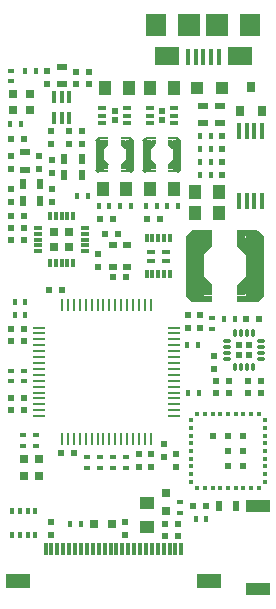
<source format=gtp>
G04 #@! TF.FileFunction,Paste,Top*
%FSLAX46Y46*%
G04 Gerber Fmt 4.6, Leading zero omitted, Abs format (unit mm)*
G04 Created by KiCad (PCBNEW 4.0.6+dfsg1-1) date Sun Apr 29 05:14:28 2018*
%MOMM*%
%LPD*%
G01*
G04 APERTURE LIST*
%ADD10C,0.100000*%
%ADD11R,0.600000X0.500000*%
%ADD12R,0.800000X0.600000*%
%ADD13R,1.000000X0.250000*%
%ADD14R,0.250000X1.000000*%
%ADD15R,0.350000X0.500000*%
%ADD16R,1.250000X1.000000*%
%ADD17O,0.750000X0.300000*%
%ADD18O,0.300000X0.750000*%
%ADD19R,0.540000X0.540000*%
%ADD20R,0.400000X0.600000*%
%ADD21R,0.300000X1.000000*%
%ADD22R,2.000000X1.300000*%
%ADD23R,0.400000X0.300000*%
%ADD24R,0.300000X0.400000*%
%ADD25R,0.500000X0.500000*%
%ADD26R,0.600000X0.400000*%
%ADD27R,0.300000X0.730000*%
%ADD28R,0.730000X0.300000*%
%ADD29R,0.750000X0.750000*%
%ADD30R,0.500000X0.600000*%
%ADD31R,1.000000X1.250000*%
%ADD32R,0.797560X0.797560*%
%ADD33R,0.450000X1.450000*%
%ADD34R,0.650000X0.350000*%
%ADD35R,0.600000X0.480000*%
%ADD36R,0.300000X0.650000*%
%ADD37R,0.744000X0.465000*%
%ADD38R,0.900000X0.500000*%
%ADD39R,0.762000X2.540000*%
%ADD40R,0.889000X0.254000*%
%ADD41R,0.381000X0.444500*%
%ADD42R,0.500000X0.900000*%
%ADD43R,0.800000X0.900000*%
%ADD44R,1.000000X1.000000*%
%ADD45R,1.524000X5.080000*%
%ADD46R,1.778000X0.508000*%
%ADD47R,0.762000X0.889000*%
%ADD48R,2.000000X1.000000*%
%ADD49R,0.450000X1.000000*%
%ADD50R,0.400000X1.350000*%
%ADD51R,2.100000X1.600000*%
%ADD52R,1.900000X1.900000*%
%ADD53R,1.800000X1.900000*%
G04 APERTURE END LIST*
D10*
D11*
X66250000Y-106400000D03*
X65150000Y-106400000D03*
X51050000Y-98700000D03*
X52150000Y-98700000D03*
D12*
X56450000Y-94900000D03*
X57650000Y-94900000D03*
X56450000Y-96700000D03*
X57650000Y-96700000D03*
D13*
X50200000Y-101850000D03*
X50200000Y-102350000D03*
X50200000Y-102850000D03*
X50200000Y-103350000D03*
X50200000Y-103850000D03*
X50200000Y-104350000D03*
X50200000Y-104850000D03*
X50200000Y-105350000D03*
X50200000Y-105850000D03*
X50200000Y-106350000D03*
X50200000Y-106850000D03*
X50200000Y-107350000D03*
X50200000Y-107850000D03*
X50200000Y-108350000D03*
X50200000Y-108850000D03*
X50200000Y-109350000D03*
D14*
X52150000Y-111300000D03*
X52650000Y-111300000D03*
X53150000Y-111300000D03*
X53650000Y-111300000D03*
X54150000Y-111300000D03*
X54650000Y-111300000D03*
X55150000Y-111300000D03*
X55650000Y-111300000D03*
X56150000Y-111300000D03*
X56650000Y-111300000D03*
X57150000Y-111300000D03*
X57650000Y-111300000D03*
X58150000Y-111300000D03*
X58650000Y-111300000D03*
X59150000Y-111300000D03*
X59650000Y-111300000D03*
D13*
X61600000Y-109350000D03*
X61600000Y-108850000D03*
X61600000Y-108350000D03*
X61600000Y-107850000D03*
X61600000Y-107350000D03*
X61600000Y-106850000D03*
X61600000Y-106350000D03*
X61600000Y-105850000D03*
X61600000Y-105350000D03*
X61600000Y-104850000D03*
X61600000Y-104350000D03*
X61600000Y-103850000D03*
X61600000Y-103350000D03*
X61600000Y-102850000D03*
X61600000Y-102350000D03*
X61600000Y-101850000D03*
D14*
X59650000Y-99900000D03*
X59150000Y-99900000D03*
X58650000Y-99900000D03*
X58150000Y-99900000D03*
X57650000Y-99900000D03*
X57150000Y-99900000D03*
X56650000Y-99900000D03*
X56150000Y-99900000D03*
X55650000Y-99900000D03*
X55150000Y-99900000D03*
X54650000Y-99900000D03*
X54150000Y-99900000D03*
X53650000Y-99900000D03*
X53150000Y-99900000D03*
X52650000Y-99900000D03*
X52150000Y-99900000D03*
D15*
X47925000Y-119425000D03*
X48575000Y-119425000D03*
X49225000Y-119425000D03*
X49875000Y-119425000D03*
X47925000Y-117375000D03*
X48575000Y-117375000D03*
X49225000Y-117375000D03*
X49875000Y-117375000D03*
D16*
X59350000Y-116700000D03*
X59350000Y-118700000D03*
D17*
X66075000Y-103000000D03*
X66075000Y-103500000D03*
X66075000Y-104000000D03*
X66075000Y-104500000D03*
D18*
X66800000Y-105225000D03*
X67300000Y-105225000D03*
X67800000Y-105225000D03*
X68300000Y-105225000D03*
D17*
X69025000Y-104500000D03*
X69025000Y-104000000D03*
X69025000Y-103500000D03*
X69025000Y-103000000D03*
D18*
X68300000Y-102275000D03*
X67800000Y-102275000D03*
X67300000Y-102275000D03*
X66800000Y-102275000D03*
D19*
X68000000Y-104200000D03*
X68000000Y-103300000D03*
X67100000Y-104200000D03*
X67100000Y-103300000D03*
D20*
X63750000Y-107350000D03*
X62850000Y-107350000D03*
D21*
X50750000Y-120600000D03*
X51250000Y-120600000D03*
X51750000Y-120600000D03*
X52250000Y-120600000D03*
X52750000Y-120600000D03*
X53250000Y-120600000D03*
X53750000Y-120600000D03*
X54250000Y-120600000D03*
X54750000Y-120600000D03*
X55250000Y-120600000D03*
X55750000Y-120600000D03*
X56250000Y-120600000D03*
X56750000Y-120600000D03*
X57250000Y-120600000D03*
X57750000Y-120600000D03*
X58250000Y-120600000D03*
X58750000Y-120600000D03*
X59250000Y-120600000D03*
X59750000Y-120600000D03*
X60250000Y-120600000D03*
X60750000Y-120600000D03*
X61250000Y-120600000D03*
X61750000Y-120600000D03*
X62250000Y-120600000D03*
D22*
X48450000Y-123300000D03*
X64550000Y-123300000D03*
D23*
X69350000Y-114900000D03*
X69350000Y-114250000D03*
X69350000Y-113600000D03*
X69350000Y-112950000D03*
X69350000Y-112300000D03*
X69350000Y-111650000D03*
X69350000Y-111000000D03*
X69350000Y-110350000D03*
X69350000Y-109700000D03*
D24*
X68150000Y-109150000D03*
X67500000Y-109150000D03*
X66850000Y-109150000D03*
X66200000Y-109150000D03*
X65550000Y-109150000D03*
X64900000Y-109150000D03*
X64250000Y-109150000D03*
X63600000Y-109150000D03*
D23*
X63050000Y-109700000D03*
D24*
X68800000Y-109150000D03*
D23*
X63050000Y-110350000D03*
X63050000Y-111000000D03*
X63050000Y-111650000D03*
X63050000Y-112300000D03*
X63050000Y-112950000D03*
X63050000Y-113600000D03*
X63050000Y-114250000D03*
X63050000Y-114900000D03*
D24*
X63600000Y-115450000D03*
X64250000Y-115450000D03*
X64900000Y-115450000D03*
X65550000Y-115450000D03*
X66200000Y-115450000D03*
X66850000Y-115450000D03*
X67500000Y-115450000D03*
X68150000Y-115450000D03*
X68800000Y-115450000D03*
D25*
X66200000Y-112300000D03*
X67500000Y-112300000D03*
X66200000Y-113600000D03*
X67500000Y-113600000D03*
X66200000Y-111000000D03*
X67500000Y-111000000D03*
X64900000Y-111000000D03*
D26*
X48950000Y-105500000D03*
X48950000Y-106400000D03*
X54300000Y-112850000D03*
X54300000Y-113750000D03*
X55400000Y-113750000D03*
X55400000Y-112850000D03*
D27*
X53100000Y-92435000D03*
X52600000Y-92435000D03*
X52100000Y-92435000D03*
X51600000Y-92435000D03*
X51100000Y-92435000D03*
D28*
X50135000Y-93400000D03*
X50135000Y-93900000D03*
X50135000Y-94400000D03*
X50135000Y-94900000D03*
X50135000Y-95400000D03*
D27*
X51100000Y-96365000D03*
X51600000Y-96365000D03*
X52100000Y-96365000D03*
X52600000Y-96365000D03*
X53100000Y-96365000D03*
D28*
X54065000Y-95400000D03*
X54065000Y-94900000D03*
X54065000Y-94400000D03*
X54065000Y-93900000D03*
X54065000Y-93400000D03*
D29*
X51475000Y-95025000D03*
X52725000Y-95025000D03*
X51475000Y-93775000D03*
X52725000Y-93775000D03*
D30*
X52750000Y-86300000D03*
X52750000Y-85200000D03*
D11*
X48950000Y-92400000D03*
X47850000Y-92400000D03*
X48950000Y-94400000D03*
X47850000Y-94400000D03*
X48950000Y-93400000D03*
X47850000Y-93400000D03*
X56850000Y-93950000D03*
X55750000Y-93950000D03*
D31*
X65400000Y-92150000D03*
X63400000Y-92150000D03*
D30*
X65700000Y-88900000D03*
X65700000Y-87800000D03*
D31*
X65400000Y-90350000D03*
X63400000Y-90350000D03*
X57800000Y-81600000D03*
X55800000Y-81600000D03*
D11*
X59350000Y-92650000D03*
X60450000Y-92650000D03*
D31*
X59600000Y-90150000D03*
X61600000Y-90150000D03*
D30*
X65000000Y-104250000D03*
X65000000Y-105350000D03*
D11*
X68850000Y-101150000D03*
X67750000Y-101150000D03*
X67850000Y-106400000D03*
X68950000Y-106400000D03*
X67850000Y-107400000D03*
X68950000Y-107400000D03*
D30*
X47800000Y-91250000D03*
X47800000Y-90150000D03*
X51300000Y-90150000D03*
X51300000Y-91250000D03*
X47800000Y-88450000D03*
X47800000Y-87350000D03*
X50200000Y-88450000D03*
X50200000Y-87350000D03*
D11*
X48950000Y-85900000D03*
X47850000Y-85900000D03*
D30*
X65700000Y-86700000D03*
X65700000Y-85600000D03*
X51250000Y-118350000D03*
X51250000Y-119450000D03*
X57500000Y-118350000D03*
X57500000Y-119450000D03*
X55200000Y-95650000D03*
X55200000Y-96750000D03*
D11*
X61950000Y-118500000D03*
X60850000Y-118500000D03*
X61950000Y-119500000D03*
X60850000Y-119500000D03*
X47850000Y-101950000D03*
X48950000Y-101950000D03*
X48950000Y-108850000D03*
X47850000Y-108850000D03*
X48950000Y-107850000D03*
X47850000Y-107850000D03*
X47850000Y-102950000D03*
X48950000Y-102950000D03*
D30*
X62800000Y-100750000D03*
X62800000Y-101850000D03*
X59650000Y-113650000D03*
X59650000Y-112550000D03*
D11*
X52050000Y-112500000D03*
X53150000Y-112500000D03*
D30*
X63800000Y-100750000D03*
X63800000Y-101850000D03*
X58650000Y-113650000D03*
X58650000Y-112550000D03*
D32*
X49450000Y-83400000D03*
X47951400Y-83400000D03*
X48900000Y-112950700D03*
X48900000Y-114449300D03*
X60950000Y-117350000D03*
X60950000Y-115851400D03*
D33*
X67125000Y-91150000D03*
X67775000Y-91150000D03*
X68425000Y-91150000D03*
X69075000Y-91150000D03*
X69075000Y-85250000D03*
X68425000Y-85250000D03*
X67775000Y-85250000D03*
X67125000Y-85250000D03*
D34*
X61650000Y-84550000D03*
X61650000Y-83900000D03*
X61650000Y-83250000D03*
X59550000Y-83250000D03*
X59550000Y-83900000D03*
X59550000Y-84550000D03*
D35*
X60600000Y-83500000D03*
X60600000Y-84300000D03*
D36*
X61300000Y-94250000D03*
X60800000Y-94250000D03*
X60300000Y-94250000D03*
X59800000Y-94250000D03*
X59300000Y-94250000D03*
X59300000Y-97350000D03*
X59800000Y-97350000D03*
X60300000Y-97350000D03*
X60800000Y-97350000D03*
X61300000Y-97350000D03*
D37*
X59680000Y-96187500D03*
X60920000Y-96187500D03*
X59680000Y-95412500D03*
X60920000Y-95412500D03*
D20*
X63850000Y-88900000D03*
X64750000Y-88900000D03*
X64750000Y-87800000D03*
X63850000Y-87800000D03*
D26*
X47850000Y-106400000D03*
X47850000Y-105500000D03*
X57600000Y-113750000D03*
X57600000Y-112850000D03*
X56500000Y-112850000D03*
X56500000Y-113750000D03*
D20*
X59250000Y-91600000D03*
X60150000Y-91600000D03*
X61050000Y-91600000D03*
X61950000Y-91600000D03*
D26*
X64850000Y-101950000D03*
X64850000Y-101050000D03*
D20*
X47750000Y-84600000D03*
X48650000Y-84600000D03*
D26*
X48800000Y-110950000D03*
X48800000Y-111850000D03*
D20*
X66750000Y-101150000D03*
X65850000Y-101150000D03*
X53450000Y-90750000D03*
X54350000Y-90750000D03*
D38*
X65500000Y-83050000D03*
X65500000Y-84550000D03*
D26*
X62150000Y-116650000D03*
X62150000Y-117550000D03*
D38*
X64100000Y-83050000D03*
X64100000Y-84550000D03*
D20*
X48150000Y-99700000D03*
X49050000Y-99700000D03*
X48150000Y-100800000D03*
X49050000Y-100800000D03*
X64750000Y-86700000D03*
X63850000Y-86700000D03*
X64750000Y-85600000D03*
X63850000Y-85600000D03*
X63650000Y-103350000D03*
X62750000Y-103350000D03*
D31*
X61600000Y-81600000D03*
X59600000Y-81600000D03*
D11*
X55350000Y-92650000D03*
X56450000Y-92650000D03*
D31*
X55600000Y-90150000D03*
X57600000Y-90150000D03*
D20*
X55250000Y-91600000D03*
X56150000Y-91600000D03*
X57050000Y-91600000D03*
X57950000Y-91600000D03*
D34*
X57650000Y-84550000D03*
X57650000Y-83900000D03*
X57650000Y-83250000D03*
X55550000Y-83250000D03*
X55550000Y-83900000D03*
X55550000Y-84550000D03*
D35*
X56600000Y-83500000D03*
X56600000Y-84300000D03*
D39*
X59330000Y-87200000D03*
X61870000Y-87200000D03*
D40*
X59647500Y-85803000D03*
X59647500Y-88597000D03*
X61552500Y-85803000D03*
X61552500Y-88597000D03*
D41*
X59901500Y-88247750D03*
X61298500Y-88247750D03*
X61298500Y-86152250D03*
X59901500Y-86152250D03*
D10*
G36*
X59203000Y-88723962D02*
X58949038Y-88470000D01*
X59203000Y-88216038D01*
X59456962Y-88470000D01*
X59203000Y-88723962D01*
X59203000Y-88723962D01*
G37*
G36*
X59203000Y-86183962D02*
X58949038Y-85930000D01*
X59203000Y-85676038D01*
X59456962Y-85930000D01*
X59203000Y-86183962D01*
X59203000Y-86183962D01*
G37*
G36*
X61997000Y-86183962D02*
X61743038Y-85930000D01*
X61997000Y-85676038D01*
X62250962Y-85930000D01*
X61997000Y-86183962D01*
X61997000Y-86183962D01*
G37*
G36*
X61997000Y-88723962D02*
X61743038Y-88470000D01*
X61997000Y-88216038D01*
X62250962Y-88470000D01*
X61997000Y-88723962D01*
X61997000Y-88723962D01*
G37*
G36*
X59711000Y-88406263D02*
X59330237Y-88025500D01*
X59711000Y-87644737D01*
X60091763Y-88025500D01*
X59711000Y-88406263D01*
X59711000Y-88406263D01*
G37*
G36*
X59711000Y-86755263D02*
X59330237Y-86374500D01*
X59711000Y-85993737D01*
X60091763Y-86374500D01*
X59711000Y-86755263D01*
X59711000Y-86755263D01*
G37*
G36*
X61489000Y-86755263D02*
X61108237Y-86374500D01*
X61489000Y-85993737D01*
X61869763Y-86374500D01*
X61489000Y-86755263D01*
X61489000Y-86755263D01*
G37*
G36*
X61489000Y-88406263D02*
X61108237Y-88025500D01*
X61489000Y-87644737D01*
X61869763Y-88025500D01*
X61489000Y-88406263D01*
X61489000Y-88406263D01*
G37*
D39*
X55330000Y-87200000D03*
X57870000Y-87200000D03*
D40*
X55647500Y-85803000D03*
X55647500Y-88597000D03*
X57552500Y-85803000D03*
X57552500Y-88597000D03*
D41*
X55901500Y-88247750D03*
X57298500Y-88247750D03*
X57298500Y-86152250D03*
X55901500Y-86152250D03*
D10*
G36*
X55203000Y-88723962D02*
X54949038Y-88470000D01*
X55203000Y-88216038D01*
X55456962Y-88470000D01*
X55203000Y-88723962D01*
X55203000Y-88723962D01*
G37*
G36*
X55203000Y-86183962D02*
X54949038Y-85930000D01*
X55203000Y-85676038D01*
X55456962Y-85930000D01*
X55203000Y-86183962D01*
X55203000Y-86183962D01*
G37*
G36*
X57997000Y-86183962D02*
X57743038Y-85930000D01*
X57997000Y-85676038D01*
X58250962Y-85930000D01*
X57997000Y-86183962D01*
X57997000Y-86183962D01*
G37*
G36*
X57997000Y-88723962D02*
X57743038Y-88470000D01*
X57997000Y-88216038D01*
X58250962Y-88470000D01*
X57997000Y-88723962D01*
X57997000Y-88723962D01*
G37*
G36*
X55711000Y-88406263D02*
X55330237Y-88025500D01*
X55711000Y-87644737D01*
X56091763Y-88025500D01*
X55711000Y-88406263D01*
X55711000Y-88406263D01*
G37*
G36*
X55711000Y-86755263D02*
X55330237Y-86374500D01*
X55711000Y-85993737D01*
X56091763Y-86374500D01*
X55711000Y-86755263D01*
X55711000Y-86755263D01*
G37*
G36*
X57489000Y-86755263D02*
X57108237Y-86374500D01*
X57489000Y-85993737D01*
X57869763Y-86374500D01*
X57489000Y-86755263D01*
X57489000Y-86755263D01*
G37*
G36*
X57489000Y-88406263D02*
X57108237Y-88025500D01*
X57489000Y-87644737D01*
X57869763Y-88025500D01*
X57489000Y-88406263D01*
X57489000Y-88406263D01*
G37*
D32*
X54850700Y-118450000D03*
X56349300Y-118450000D03*
D20*
X52850000Y-118450000D03*
X53750000Y-118450000D03*
D30*
X51300000Y-88800000D03*
X51300000Y-87700000D03*
X51250000Y-86300000D03*
X51250000Y-85200000D03*
D11*
X53350000Y-81250000D03*
X54450000Y-81250000D03*
D30*
X50900000Y-81200000D03*
X50900000Y-80100000D03*
D11*
X53350000Y-80250000D03*
X54450000Y-80250000D03*
D38*
X52100000Y-79750000D03*
X52100000Y-81250000D03*
D42*
X48800000Y-89700000D03*
X50300000Y-89700000D03*
D38*
X49000000Y-87000000D03*
X49000000Y-88500000D03*
D42*
X50300000Y-91100000D03*
X48800000Y-91100000D03*
X52300000Y-88950000D03*
X53800000Y-88950000D03*
D43*
X67200000Y-83500000D03*
X69100000Y-83500000D03*
X68150000Y-81500000D03*
D44*
X63550000Y-81600000D03*
X65650000Y-81600000D03*
D11*
X66250000Y-107400000D03*
X65150000Y-107400000D03*
D30*
X60800000Y-111750000D03*
X60800000Y-112850000D03*
X61800000Y-112550000D03*
X61800000Y-113650000D03*
D32*
X49449300Y-82100000D03*
X47950700Y-82100000D03*
D26*
X47850000Y-81000000D03*
X47850000Y-80100000D03*
D45*
X68440000Y-96600000D03*
X63360000Y-96600000D03*
D46*
X67805000Y-99394000D03*
X67805000Y-93806000D03*
X63995000Y-99394000D03*
X63995000Y-93806000D03*
D47*
X67297000Y-94504500D03*
X64503000Y-94504500D03*
X64503000Y-98695500D03*
X67297000Y-98695500D03*
D10*
G36*
X68694000Y-93552077D02*
X69201923Y-94060000D01*
X68694000Y-94567923D01*
X68186077Y-94060000D01*
X68694000Y-93552077D01*
X68694000Y-93552077D01*
G37*
G36*
X68694000Y-98632077D02*
X69201923Y-99140000D01*
X68694000Y-99647923D01*
X68186077Y-99140000D01*
X68694000Y-98632077D01*
X68694000Y-98632077D01*
G37*
G36*
X63106000Y-98632077D02*
X63613923Y-99140000D01*
X63106000Y-99647923D01*
X62598077Y-99140000D01*
X63106000Y-98632077D01*
X63106000Y-98632077D01*
G37*
G36*
X63106000Y-93552077D02*
X63613923Y-94060000D01*
X63106000Y-94567923D01*
X62598077Y-94060000D01*
X63106000Y-93552077D01*
X63106000Y-93552077D01*
G37*
G36*
X67678000Y-94187473D02*
X68439527Y-94949000D01*
X67678000Y-95710527D01*
X66916473Y-94949000D01*
X67678000Y-94187473D01*
X67678000Y-94187473D01*
G37*
G36*
X67678000Y-97489473D02*
X68439527Y-98251000D01*
X67678000Y-99012527D01*
X66916473Y-98251000D01*
X67678000Y-97489473D01*
X67678000Y-97489473D01*
G37*
G36*
X64122000Y-97489473D02*
X64883527Y-98251000D01*
X64122000Y-99012527D01*
X63360473Y-98251000D01*
X64122000Y-97489473D01*
X64122000Y-97489473D01*
G37*
G36*
X64122000Y-94187473D02*
X64883527Y-94949000D01*
X64122000Y-95710527D01*
X63360473Y-94949000D01*
X64122000Y-94187473D01*
X64122000Y-94187473D01*
G37*
D48*
X68750000Y-116950000D03*
X68750000Y-123950000D03*
D49*
X51450000Y-84100000D03*
X52100000Y-84100000D03*
X52750000Y-84100000D03*
X52750000Y-82300000D03*
X52100000Y-82300000D03*
X51450000Y-82300000D03*
D50*
X65400000Y-78950000D03*
X64750000Y-78950000D03*
X64100000Y-78950000D03*
X63450000Y-78950000D03*
X62800000Y-78950000D03*
D51*
X61000000Y-78825000D03*
X67200000Y-78825000D03*
D52*
X65300000Y-76275000D03*
X62900000Y-76275000D03*
D53*
X68100000Y-76275000D03*
X60100000Y-76275000D03*
D30*
X53800000Y-85200000D03*
X53800000Y-86300000D03*
D42*
X53800000Y-87550000D03*
X52300000Y-87550000D03*
D20*
X49950000Y-80100000D03*
X49050000Y-80100000D03*
D32*
X50200000Y-112950700D03*
X50200000Y-114449300D03*
D26*
X49900000Y-110950000D03*
X49900000Y-111850000D03*
D11*
X57550000Y-97600000D03*
X56450000Y-97600000D03*
X63250000Y-117000000D03*
X64350000Y-117000000D03*
D42*
X66900000Y-117000000D03*
X65400000Y-117000000D03*
D20*
X64350000Y-118050000D03*
X63450000Y-118050000D03*
M02*

</source>
